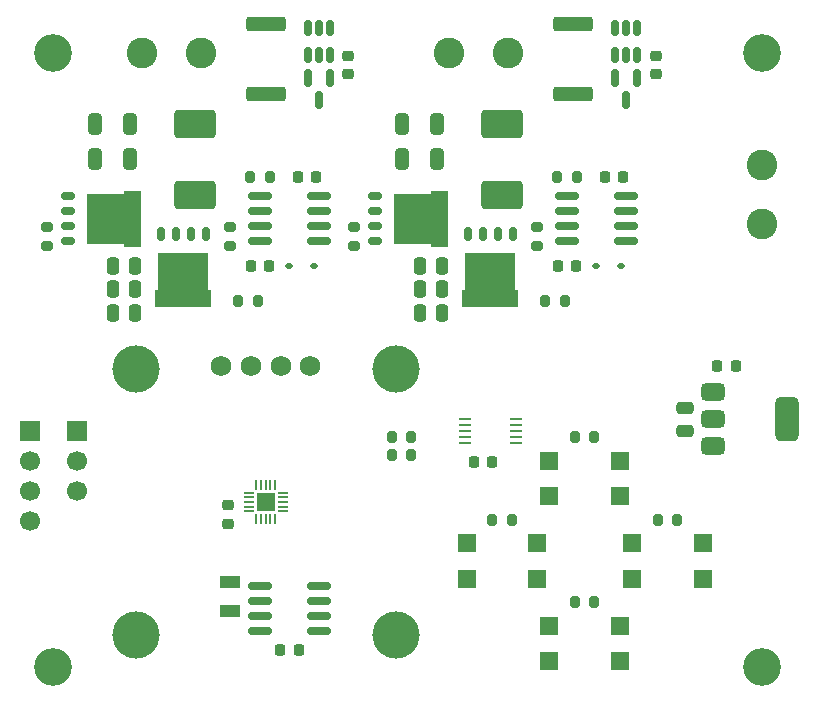
<source format=gts>
G04 #@! TF.GenerationSoftware,KiCad,Pcbnew,9.0.1*
G04 #@! TF.CreationDate,2025-05-08T09:38:56+02:00*
G04 #@! TF.ProjectId,bidirectional-tester,62696469-7265-4637-9469-6f6e616c2d74,rev?*
G04 #@! TF.SameCoordinates,Original*
G04 #@! TF.FileFunction,Soldermask,Top*
G04 #@! TF.FilePolarity,Negative*
%FSLAX46Y46*%
G04 Gerber Fmt 4.6, Leading zero omitted, Abs format (unit mm)*
G04 Created by KiCad (PCBNEW 9.0.1) date 2025-05-08 09:38:56*
%MOMM*%
%LPD*%
G01*
G04 APERTURE LIST*
G04 Aperture macros list*
%AMRoundRect*
0 Rectangle with rounded corners*
0 $1 Rounding radius*
0 $2 $3 $4 $5 $6 $7 $8 $9 X,Y pos of 4 corners*
0 Add a 4 corners polygon primitive as box body*
4,1,4,$2,$3,$4,$5,$6,$7,$8,$9,$2,$3,0*
0 Add four circle primitives for the rounded corners*
1,1,$1+$1,$2,$3*
1,1,$1+$1,$4,$5*
1,1,$1+$1,$6,$7*
1,1,$1+$1,$8,$9*
0 Add four rect primitives between the rounded corners*
20,1,$1+$1,$2,$3,$4,$5,0*
20,1,$1+$1,$4,$5,$6,$7,0*
20,1,$1+$1,$6,$7,$8,$9,0*
20,1,$1+$1,$8,$9,$2,$3,0*%
%AMFreePoly0*
4,1,9,2.100000,-2.000000,2.350000,-2.000000,2.350000,-3.500000,-2.350000,-3.500000,-2.350000,-2.000000,-2.100000,-2.000000,-2.100000,1.100000,2.100000,1.100000,2.100000,-2.000000,2.100000,-2.000000,$1*%
G04 Aperture macros list end*
%ADD10RoundRect,0.250000X0.250000X0.475000X-0.250000X0.475000X-0.250000X-0.475000X0.250000X-0.475000X0*%
%ADD11RoundRect,0.225000X0.250000X-0.225000X0.250000X0.225000X-0.250000X0.225000X-0.250000X-0.225000X0*%
%ADD12RoundRect,0.200000X0.275000X-0.200000X0.275000X0.200000X-0.275000X0.200000X-0.275000X-0.200000X0*%
%ADD13RoundRect,0.200000X0.200000X0.275000X-0.200000X0.275000X-0.200000X-0.275000X0.200000X-0.275000X0*%
%ADD14RoundRect,0.200000X-0.200000X-0.275000X0.200000X-0.275000X0.200000X0.275000X-0.200000X0.275000X0*%
%ADD15RoundRect,0.250000X0.325000X0.650000X-0.325000X0.650000X-0.325000X-0.650000X0.325000X-0.650000X0*%
%ADD16RoundRect,0.250000X-1.425000X0.362500X-1.425000X-0.362500X1.425000X-0.362500X1.425000X0.362500X0*%
%ADD17C,2.600000*%
%ADD18C,4.000000*%
%ADD19C,1.750000*%
%ADD20C,3.200000*%
%ADD21RoundRect,0.225000X0.225000X0.250000X-0.225000X0.250000X-0.225000X-0.250000X0.225000X-0.250000X0*%
%ADD22RoundRect,0.150000X-0.150000X0.512500X-0.150000X-0.512500X0.150000X-0.512500X0.150000X0.512500X0*%
%ADD23R,1.700000X1.700000*%
%ADD24C,1.700000*%
%ADD25RoundRect,0.150000X-0.150000X0.587500X-0.150000X-0.587500X0.150000X-0.587500X0.150000X0.587500X0*%
%ADD26R,1.500000X1.500000*%
%ADD27RoundRect,0.175000X0.400000X-0.175000X0.400000X0.175000X-0.400000X0.175000X-0.400000X-0.175000X0*%
%ADD28FreePoly0,90.000000*%
%ADD29RoundRect,0.112500X-0.187500X-0.112500X0.187500X-0.112500X0.187500X0.112500X-0.187500X0.112500X0*%
%ADD30RoundRect,0.250000X0.475000X-0.250000X0.475000X0.250000X-0.475000X0.250000X-0.475000X-0.250000X0*%
%ADD31RoundRect,0.375000X-0.625000X-0.375000X0.625000X-0.375000X0.625000X0.375000X-0.625000X0.375000X0*%
%ADD32RoundRect,0.500000X-0.500000X-1.400000X0.500000X-1.400000X0.500000X1.400000X-0.500000X1.400000X0*%
%ADD33RoundRect,0.225000X-0.225000X-0.250000X0.225000X-0.250000X0.225000X0.250000X-0.225000X0.250000X0*%
%ADD34RoundRect,0.175000X-0.175000X-0.400000X0.175000X-0.400000X0.175000X0.400000X-0.175000X0.400000X0*%
%ADD35FreePoly0,0.000000*%
%ADD36RoundRect,0.150000X0.825000X0.150000X-0.825000X0.150000X-0.825000X-0.150000X0.825000X-0.150000X0*%
%ADD37RoundRect,0.250000X-1.500000X0.925000X-1.500000X-0.925000X1.500000X-0.925000X1.500000X0.925000X0*%
%ADD38R,1.800000X1.000000*%
%ADD39RoundRect,0.150000X-0.825000X-0.150000X0.825000X-0.150000X0.825000X0.150000X-0.825000X0.150000X0*%
%ADD40RoundRect,0.050000X-0.375000X-0.050000X0.375000X-0.050000X0.375000X0.050000X-0.375000X0.050000X0*%
%ADD41RoundRect,0.050000X-0.050000X-0.375000X0.050000X-0.375000X0.050000X0.375000X-0.050000X0.375000X0*%
%ADD42R,1.650000X1.650000*%
%ADD43R,1.100000X0.250000*%
G04 APERTURE END LIST*
D10*
X102950000Y-96000000D03*
X101050000Y-96000000D03*
D11*
X121000000Y-75775000D03*
X121000000Y-74225000D03*
D12*
X85000000Y-90325000D03*
X85000000Y-88675000D03*
D13*
X115825000Y-106500000D03*
X114175000Y-106500000D03*
D14*
X112675000Y-84500000D03*
X114325000Y-84500000D03*
D15*
X76475000Y-80000000D03*
X73525000Y-80000000D03*
D16*
X88000000Y-71537500D03*
X88000000Y-77462500D03*
D17*
X77500000Y-74000000D03*
X82500000Y-74000000D03*
D18*
X77000000Y-100750000D03*
X77000000Y-123250000D03*
D19*
X84250000Y-100500000D03*
D18*
X99000000Y-100750000D03*
X99000000Y-123250000D03*
D19*
X86750000Y-100500000D03*
X89250000Y-100500000D03*
X91750000Y-100500000D03*
D13*
X122825000Y-113500000D03*
X121175000Y-113500000D03*
D20*
X70000000Y-74000000D03*
D21*
X114275000Y-92000000D03*
X112725000Y-92000000D03*
D12*
X111000000Y-90325000D03*
X111000000Y-88675000D03*
D16*
X114000000Y-71537500D03*
X114000000Y-77462500D03*
D22*
X93450000Y-71862500D03*
X92500000Y-71862500D03*
X91550000Y-71862500D03*
X91550000Y-74137500D03*
X92500000Y-74137500D03*
X93450000Y-74137500D03*
D15*
X102475000Y-80000000D03*
X99525000Y-80000000D03*
D23*
X68000000Y-106000000D03*
D24*
X68000000Y-108540000D03*
X68000000Y-111080000D03*
X68000000Y-113620000D03*
D11*
X84845000Y-113820000D03*
X84845000Y-112270000D03*
D25*
X119450000Y-76062500D03*
X117550000Y-76062500D03*
X118500000Y-77937500D03*
D13*
X115825000Y-120500000D03*
X114175000Y-120500000D03*
D17*
X103500000Y-74000000D03*
X108500000Y-74000000D03*
D26*
X112000000Y-108500000D03*
X118000000Y-108500000D03*
X112000000Y-111500000D03*
X118000000Y-111500000D03*
D10*
X102950000Y-94000000D03*
X101050000Y-94000000D03*
D14*
X86675000Y-84500000D03*
X88325000Y-84500000D03*
X111675000Y-95000000D03*
X113325000Y-95000000D03*
D27*
X97275000Y-86095000D03*
X97275000Y-87365000D03*
X97275000Y-88635000D03*
X97275000Y-89905000D03*
D28*
X100000000Y-88000000D03*
D27*
X71275000Y-86095000D03*
X71275000Y-87365000D03*
X71275000Y-88635000D03*
X71275000Y-89905000D03*
D28*
X74000000Y-88000000D03*
D10*
X102950000Y-92000000D03*
X101050000Y-92000000D03*
D29*
X115950000Y-92000000D03*
X118050000Y-92000000D03*
D30*
X123500000Y-105950000D03*
X123500000Y-104050000D03*
D10*
X76950000Y-92000000D03*
X75050000Y-92000000D03*
X76950000Y-96000000D03*
X75050000Y-96000000D03*
D13*
X108825000Y-113500000D03*
X107175000Y-113500000D03*
D10*
X76950000Y-94000000D03*
X75050000Y-94000000D03*
D20*
X130000000Y-74000000D03*
D31*
X125850000Y-102700000D03*
X125850000Y-105000000D03*
D32*
X132150000Y-105000000D03*
D31*
X125850000Y-107300000D03*
D33*
X90725000Y-84500000D03*
X92275000Y-84500000D03*
D21*
X107160000Y-108605000D03*
X105610000Y-108605000D03*
D12*
X69500000Y-90325000D03*
X69500000Y-88675000D03*
D25*
X93450000Y-76062500D03*
X91550000Y-76062500D03*
X92500000Y-77937500D03*
D20*
X70000000Y-126000000D03*
D22*
X119450000Y-71862500D03*
X118500000Y-71862500D03*
X117550000Y-71862500D03*
X117550000Y-74137500D03*
X118500000Y-74137500D03*
X119450000Y-74137500D03*
D15*
X102475000Y-83000000D03*
X99525000Y-83000000D03*
X76475000Y-83000000D03*
X73525000Y-83000000D03*
D34*
X82905000Y-89275000D03*
X81635000Y-89275000D03*
X80365000Y-89275000D03*
X79095000Y-89275000D03*
D35*
X81000000Y-92000000D03*
D36*
X92475000Y-89905000D03*
X92475000Y-88635000D03*
X92475000Y-87365000D03*
X92475000Y-86095000D03*
X87525000Y-86095000D03*
X87525000Y-87365000D03*
X87525000Y-88635000D03*
X87525000Y-89905000D03*
D34*
X108905000Y-89275000D03*
X107635000Y-89275000D03*
X106365000Y-89275000D03*
X105095000Y-89275000D03*
D35*
X107000000Y-92000000D03*
D17*
X130000000Y-83500000D03*
X130000000Y-88500000D03*
D14*
X98675000Y-108010000D03*
X100325000Y-108010000D03*
D37*
X82000000Y-79975000D03*
X82000000Y-86025000D03*
D36*
X118475000Y-89905000D03*
X118475000Y-88635000D03*
X118475000Y-87365000D03*
X118475000Y-86095000D03*
X113525000Y-86095000D03*
X113525000Y-87365000D03*
X113525000Y-88635000D03*
X113525000Y-89905000D03*
D26*
X119000000Y-115500000D03*
X125000000Y-115500000D03*
X119000000Y-118500000D03*
X125000000Y-118500000D03*
D38*
X85000000Y-118750000D03*
X85000000Y-121250000D03*
D37*
X108000000Y-79975000D03*
X108000000Y-86025000D03*
D14*
X85675000Y-95000000D03*
X87325000Y-95000000D03*
D20*
X130000000Y-126000000D03*
D33*
X116725000Y-84500000D03*
X118275000Y-84500000D03*
D14*
X98675000Y-106500000D03*
X100325000Y-106500000D03*
D29*
X89950000Y-92000000D03*
X92050000Y-92000000D03*
D12*
X95500000Y-90325000D03*
X95500000Y-88675000D03*
D39*
X87525000Y-119095000D03*
X87525000Y-120365000D03*
X87525000Y-121635000D03*
X87525000Y-122905000D03*
X92475000Y-122905000D03*
X92475000Y-121635000D03*
X92475000Y-120365000D03*
X92475000Y-119095000D03*
D40*
X86550000Y-111200000D03*
X86550000Y-111600000D03*
X86550000Y-112000000D03*
X86550000Y-112400000D03*
X86550000Y-112800000D03*
D41*
X87200000Y-113450000D03*
X87600000Y-113450000D03*
X88000000Y-113450000D03*
X88400000Y-113450000D03*
X88800000Y-113450000D03*
D40*
X89450000Y-112800000D03*
X89450000Y-112400000D03*
X89450000Y-112000000D03*
X89450000Y-111600000D03*
X89450000Y-111200000D03*
D41*
X88800000Y-110550000D03*
X88400000Y-110550000D03*
X88000000Y-110550000D03*
X87600000Y-110550000D03*
X87200000Y-110550000D03*
D42*
X88000000Y-112000000D03*
D21*
X90775000Y-124500000D03*
X89225000Y-124500000D03*
X127775000Y-100500000D03*
X126225000Y-100500000D03*
D43*
X104850000Y-105000000D03*
X104850000Y-105500000D03*
X104850000Y-106000000D03*
X104850000Y-106500000D03*
X104850000Y-107000000D03*
X109150000Y-107000000D03*
X109150000Y-106500000D03*
X109150000Y-106000000D03*
X109150000Y-105500000D03*
X109150000Y-105000000D03*
D11*
X95000000Y-75775000D03*
X95000000Y-74225000D03*
D26*
X112000000Y-122500000D03*
X118000000Y-122500000D03*
X112000000Y-125500000D03*
X118000000Y-125500000D03*
X105000000Y-115500000D03*
X111000000Y-115500000D03*
X105000000Y-118500000D03*
X111000000Y-118500000D03*
D23*
X72000000Y-106000000D03*
D24*
X72000000Y-108540000D03*
X72000000Y-111080000D03*
D21*
X88275000Y-92000000D03*
X86725000Y-92000000D03*
M02*

</source>
